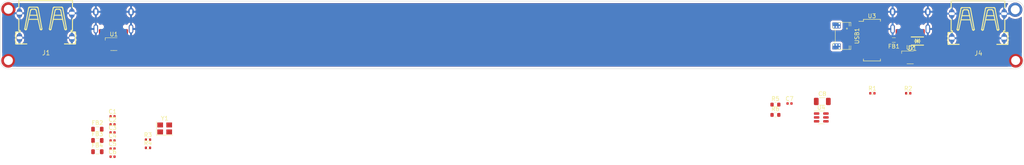
<source format=kicad_pcb>
(kicad_pcb (version 20221018) (generator pcbnew)
  (layers (0 "F.Cu" signal) (1 "In1.Cu" signal) (2 "In2.Cu" signal) (31 "B.Cu" signal) (34 "B.Paste" user) (35 "F.Paste" user) (36 "B.SilkS" user "B.Silkscreen") (37 "F.SilkS" user "F.Silkscreen") (38 "B.Mask" user) (39 "F.Mask" user) (44 "Edge.Cuts" user))
  (net 0 "")
  (net 1 "+3V3")
  (net 2 "GND")
  (net 3 "+5V")
  (net 4 "Net-(C5-Pad1)")
  (net 5 "Net-(C6-Pad1)")
  (net 6 "VBUS")
  (net 7 "Net-(J2-CC1)")
  (net 8 "Net-(J2-CC2)")
  (net 9 "Net-(J3-CC1)")
  (net 10 "Net-(J3-CC2)")
  (net 11 "/USB1_D+")
  (net 12 "/USB2_D+")
  (net 13 "/USB2_D-")
  (net 14 "/USB1_D-")
  (net 15 "/USBU_D+")
  (net 16 "/PWREN")
  (net 17 "/OVCUR")
  (net 18 "/USBU_D-")
  (net 19 "Net-(U3-XO)")
  (net 20 "Net-(U3-XI)")
  (net 21 "/USB4_D-")
  (net 22 "/USB4_D+")
  (net 23 "/USB3_D-")
  (net 24 "/USB3_D+")
  (net 32 "Net-(U4-ILIM)")
  (net 38 "GNDPWR")
  (footprint "MoonHub:PicoEZMate-Reinforced-Alt" (layer "F.Cu") (at 205.75 8.5 -90)
    (fp_text reference "USB1" (at 0 -3.5 -90) (layer "F.SilkS"))
    (fp_text value "X1224WRS-04-LPV01")
    (pad "" thru_hole circle (at -3 0.8 270) (size 0.6 0.6) (drill 0.4) (layers "*.Cu"))
    (pad "" smd roundrect (at -2.575 1.5 270) (size 1.45 2) (layers "F.Cu") (roundrect_rratio 0.06896551724))
    (pad "" smd roundrect (at -2.575 1.5 270) (size 1.45 2) (layers "B.Cu") (roundrect_rratio 0.06896551724))
    (pad "" thru_hole circle (at -2.2 0.8 270) (size 0.6 0.6) (drill 0.4) (layers "*.Cu"))
    (pad "" thru_hole circle (at -2.2 1.5 270) (size 0.6 0.6) (drill 0.4) (layers "*.Cu"))
    (pad "" thru_hole circle (at -2.2 2.2 270) (size 0.6 0.6) (drill 0.4) (layers "*.Cu"))
    (pad "" thru_hole circle (at 2.2 0.8 270) (size 0.6 0.6) (drill 0.4) (layers "*.Cu"))
    (pad "" thru_hole circle (at 2.2 1.5 270) (size 0.6 0.6) (drill 0.4) (layers "*.Cu"))
    (pad "" thru_hole circle (at 2.2 2.2 270) (size 0.6 0.6) (drill 0.4) (layers "*.Cu"))
    (pad "" smd roundrect (at 2.575 1.5 270) (size 1.45 2) (layers "F.Cu") (roundrect_rratio 0.06896551724))
    (pad "" smd roundrect (at 2.575 1.5 270) (size 1.45 2) (layers "B.Cu") (roundrect_rratio 0.06896551724))
    (pad "" thru_hole circle (at 2.95 0.8 270) (size 0.6 0.6) (drill 0.4) (layers "*.Cu"))
    (pad "1" smd roundrect (at -1.8 -1.95 270) (size 1 1.3) (layers "F.Cu") (roundrect_rratio 0.1666666667) (net 3 "+5V"))
    (pad "2" smd roundrect (at -0.6 -1.95 270) (size 1 1.3) (layers "F.Cu") (roundrect_rratio 0.1666666667) (net 21 "/USB4_D-"))
    (pad "3" smd roundrect (at 0.6 -1.95 270) (size 1 1.3) (layers "F.Cu") (roundrect_rratio 0.1666666667) (net 22 "/USB4_D+"))
    (pad "4" smd roundrect (at 1.8 -1.95 270) (size 1 1.3) (layers "F.Cu") (roundrect_rratio 0.1666666667) (net 2 "GND"))
  )
  (footprint "Capacitor_SMD:C_0402_1005Metric" (layer "F.Cu") (at 192.77 25)
    (fp_text reference "C7" (at 0 -1.16) (layer "F.SilkS"))
    (fp_text value "100n")
    (pad "1" smd roundrect (at -0.48 0) (size 0.56 0.62) (layers "F.Cu" "F.Paste" "F.Mask") (net 3 "+5V"))
    (pad "2" smd roundrect (at 0.48 0) (size 0.56 0.62) (layers "F.Cu" "F.Paste" "F.Mask") (net 2 "GND"))
  )
  (footprint "Inductor_SMD:L_0805_2012Metric" (layer "F.Cu") (at 23.73 36.78)
    (fp_text reference "FB4" (at 0 -1.55) (layer "F.SilkS"))
    (fp_text value "100R@100MHz")
    (pad "1" smd roundrect (at -1.0625 0) (size 0.875 1.2) (layers "F.Cu" "F.Paste" "F.Mask") (net 2 "GND"))
    (pad "2" smd roundrect (at 1.0625 0) (size 0.875 1.2) (layers "F.Cu" "F.Paste" "F.Mask") (net 38 "GNDPWR"))
  )
  (footprint "Capacitor_SMD:C_0402_1005Metric" (layer "F.Cu") (at 27.44 37.99)
    (fp_text reference "C6" (at 0 -1.16) (layer "F.SilkS"))
    (fp_text value "12p")
    (pad "1" smd roundrect (at -0.48 0) (size 0.56 0.62) (layers "F.Cu" "F.Paste" "F.Mask") (net 5 "Net-(C6-Pad1)"))
    (pad "2" smd roundrect (at 0.48 0) (size 0.56 0.62) (layers "F.Cu" "F.Paste" "F.Mask") (net 2 "GND"))
  )
  (footprint "MoonHub:TYPE-C-31-M-12" (layer "F.Cu") (at 27.65 8.3 180)
    (fp_text reference "J3" hide)
    (fp_text value "USB_C_Receptacle_USB2.0")
    (pad "" np_thru_hole circle (at -2.89 2.051 180) (size 0.65 0.65) (drill 0.65) (layers "*.Cu" "*.Mask"))
    (pad "" np_thru_hole circle (at 2.89 2.051 180) (size 0.65 0.65) (drill 0.65) (layers "*.Cu" "*.Mask"))
    (pad "A1" smd roundrect (at -3.25 1.275 180) (size 0.6 1.45) (drill (offset 0 -0.55)) (layers "F.Cu" "F.Paste" "F.Mask") (net 2 "GND"))
    (pad "A4" smd roundrect (at -2.45 1.275 180) (size 0.6 1.45) (drill (offset 0 -0.55)) (layers "F.Cu" "F.Paste" "F.Mask") (net 6 "VBUS"))
    (pad "A5" smd roundrect (at -1.25 1.275 180) (size 0.3 1.45) (drill (offset 0 -0.55)) (layers "F.Cu" "F.Paste" "F.Mask") (net 9 "Net-(J3-CC1)"))
    (pad "A6" smd roundrect (at -0.254 1.275 180) (size 0.3 1.45) (drill (offset 0 -0.55)) (layers "F.Cu" "F.Paste" "F.Mask") (net 12 "/USB2_D+"))
    (pad "A7" smd roundrect (at 0.25 1.275 180) (size 0.3 1.45) (drill (offset 0 -0.55)) (layers "F.Cu" "F.Paste" "F.Mask") (net 13 "/USB2_D-"))
    (pad "A8" smd roundrect (at 1.25 1.275 180) (size 0.3 1.45) (drill (offset 0 -0.55)) (layers "F.Cu" "F.Paste" "F.Mask"))
    (pad "B1" smd roundrect (at 3.25 1.275 180) (size 0.6 1.45) (drill (offset 0 -0.55)) (layers "F.Cu" "F.Paste" "F.Mask") (net 2 "GND"))
    (pad "B4" smd roundrect (at 2.45 1.275 180) (size 0.6 1.45) (drill (offset 0 -0.55)) (layers "F.Cu" "F.Paste" "F.Mask") (net 6 "VBUS"))
    (pad "B5" smd roundrect (at 1.75 1.275 180) (size 0.3 1.45) (drill (offset 0 -0.55)) (layers "F.Cu" "F.Paste" "F.Mask") (net 10 "Net-(J3-CC2)"))
    (pad "B6" smd roundrect (at 0.75 1.275 180) (size 0.3 1.45) (drill (offset 0 -0.55)) (layers "F.Cu" "F.Paste" "F.Mask") (net 12 "/USB2_D+"))
    (pad "B7" smd roundrect (at -0.75 1.275 180) (size 0.3 1.45) (drill (offset 0 -0.55)) (layers "F.Cu" "F.Paste" "F.Mask") (net 13 "/USB2_D-"))
    (pad "B8" smd roundrect (at -1.75 1.275 180) (size 0.3 1.45) (drill (offset 0 -0.55)) (layers "F.Cu" "F.Paste" "F.Mask"))
    (pad "S" thru_hole oval (at -4.3 1.5 180) (size 1.1 2.2) (drill oval 0.6 1.7) (layers "*.Cu" "*.Mask") (net 38 "GNDPWR"))
    (pad "S" thru_hole oval (at -4.3 5.7 180) (size 1.3 1.9) (drill oval 0.6 1.2) (layers "*.Cu" "*.Mask") (net 38 "GNDPWR"))
    (pad "S" thru_hole oval (at 4.3 1.5 180) (size 1.1 2.2) (drill oval 0.6 1.7) (layers "*.Cu" "*.Mask") (net 38 "GNDPWR"))
    (pad "S" thru_hole oval (at 4.3 5.7 180) (size 1.3 1.9) (drill oval 0.6 1.2) (layers "*.Cu" "*.Mask") (net 38 "GNDPWR"))
  )
  (footprint "Inductor_SMD:L_0805_2012Metric" (layer "F.Cu") (at 23.73 31.28)
    (fp_text reference "FB2" (at 0 -1.55) (layer "F.SilkS"))
    (fp_text value "100R@100MHz")
    (pad "1" smd roundrect (at -1.0625 0) (size 0.875 1.2) (layers "F.Cu" "F.Paste" "F.Mask") (net 2 "GND"))
    (pad "2" smd roundrect (at 1.0625 0) (size 0.875 1.2) (layers "F.Cu" "F.Paste" "F.Mask") (net 38 "GNDPWR"))
  )
  (footprint "Capacitor_SMD:C_0402_1005Metric" (layer "F.Cu") (at 27.44 28.14)
    (fp_text reference "C1" (at 0 -1.16) (layer "F.SilkS"))
    (fp_text value "10u")
    (pad "1" smd roundrect (at -0.48 0) (size 0.56 0.62) (layers "F.Cu" "F.Paste" "F.Mask") (net 1 "+3V3"))
    (pad "2" smd roundrect (at 0.48 0) (size 0.56 0.62) (layers "F.Cu" "F.Paste" "F.Mask") (net 2 "GND"))
  )
  (footprint "MoonHub:SOD-123FL_L2.8-W1.8-LS3.7-BI" (layer "F.Cu") (at 224 9.75 180)
    (fp_text reference "D1" (at 0 -1.778) (layer "F.SilkS") (effects (font (size 1.143 1.143) (thickness 0.152)) (justify right)))
    (fp_text value "SMF6.0CA" hide)
    (pad "1" smd rect (at -1.7 0 180) (size 1.2 1.4) (layers "F.Cu" "F.Paste" "F.Mask") (net 2 "GND"))
    (pad "2" smd rect (at 1.7 0 180) (size 1.2 1.4) (layers "F.Cu" "F.Paste" "F.Mask") (net 3 "+5V"))
  )
  (footprint "Resistor_SMD:R_0402_1005Metric" (layer "F.Cu") (at 36.09 33.84)
    (fp_text reference "R3" (at 0 -1.17) (layer "F.SilkS"))
    (fp_text value "56k")
    (pad "1" smd roundrect (at -0.51 0) (size 0.54 0.64) (layers "F.Cu" "F.Paste" "F.Mask") (net 6 "VBUS"))
    (pad "2" smd roundrect (at 0.51 0) (size 0.54 0.64) (layers "F.Cu" "F.Paste" "F.Mask") (net 9 "Net-(J3-CC1)"))
  )
  (footprint "Resistor_SMD:R_0402_1005Metric" (layer "F.Cu") (at 36.09 35.83)
    (fp_text reference "R4" (at 0 -1.17) (layer "F.SilkS"))
    (fp_text value "56k")
    (pad "1" smd roundrect (at -0.51 0) (size 0.54 0.64) (layers "F.Cu" "F.Paste" "F.Mask") (net 6 "VBUS"))
    (pad "2" smd roundrect (at 0.51 0) (size 0.54 0.64) (layers "F.Cu" "F.Paste" "F.Mask") (net 10 "Net-(J3-CC2)"))
  )
  (footprint "Package_SO:SSOP-28_3.9x9.9mm_P0.635mm" (layer "F.Cu") (at 212.9 9.5275)
    (fp_text reference "U3" (at 0 -5.9) (layer "F.SilkS"))
    (fp_text value "CH334U")
    (pad "1" smd rect (at -2.6 -4.1275) (size 1.2 0.4) (layers "F.Cu" "F.Paste" "F.Mask") (net 2 "GND"))
    (pad "2" smd rect (at -2.6 -3.4925) (size 1.2 0.4) (layers "F.Cu" "F.Paste" "F.Mask") (net 19 "Net-(U3-XO)"))
    (pad "3" smd rect (at -2.6 -2.8575) (size 1.2 0.4) (layers "F.Cu" "F.Paste" "F.Mask") (net 20 "Net-(U3-XI)"))
    (pad "4" smd rect (at -2.6 -2.2225) (size 1.2 0.4) (layers "F.Cu" "F.Paste" "F.Mask") (net 21 "/USB4_D-"))
    (pad "5" smd rect (at -2.6 -1.5875) (size 1.2 0.4) (layers "F.Cu" "F.Paste" "F.Mask") (net 22 "/USB4_D+"))
    (pad "6" smd rect (at -2.6 -0.9525) (size 1.2 0.4) (layers "F.Cu" "F.Paste" "F.Mask") (net 23 "/USB3_D-"))
    (pad "7" smd rect (at -2.6 -0.3175) (size 1.2 0.4) (layers "F.Cu" "F.Paste" "F.Mask") (net 24 "/USB3_D+"))
    (pad "8" smd rect (at -2.6 0.3175) (size 1.2 0.4) (layers "F.Cu" "F.Paste" "F.Mask") (net 13 "/USB2_D-"))
    (pad "9" smd rect (at -2.6 0.9525) (size 1.2 0.4) (layers "F.Cu" "F.Paste" "F.Mask") (net 12 "/USB2_D+"))
    (pad "10" smd rect (at -2.6 1.5875) (size 1.2 0.4) (layers "F.Cu" "F.Paste" "F.Mask") (net 14 "/USB1_D-"))
    (pad "11" smd rect (at -2.6 2.2225) (size 1.2 0.4) (layers "F.Cu" "F.Paste" "F.Mask") (net 11 "/USB1_D+"))
    (pad "12" smd rect (at -2.6 2.8575) (size 1.2 0.4) (layers "F.Cu" "F.Paste" "F.Mask") (net 2 "GND"))
    (pad "13" smd rect (at -2.6 3.4925) (size 1.2 0.4) (layers "F.Cu" "F.Paste" "F.Mask") (net 1 "+3V3"))
    (pad "14" smd rect (at -2.6 4.1275) (size 1.2 0.4) (layers "F.Cu" "F.Paste" "F.Mask"))
    (pad "15" smd rect (at 2.6 4.1275) (size 1.2 0.4) (layers "F.Cu" "F.Paste" "F.Mask") (net 18 "/USBU_D-"))
    (pad "16" smd rect (at 2.6 3.4925) (size 1.2 0.4) (layers "F.Cu" "F.Paste" "F.Mask") (net 15 "/USBU_D+"))
    (pad "17" smd rect (at 2.6 2.8575) (size 1.2 0.4) (layers "F.Cu" "F.Paste" "F.Mask"))
    (pad "18" smd rect (at 2.6 2.2225) (size 1.2 0.4) (layers "F.Cu" "F.Paste" "F.Mask"))
    (pad "19" smd rect (at 2.6 1.5875) (size 1.2 0.4) (layers "F.Cu" "F.Paste" "F.Mask"))
    (pad "20" smd rect (at 2.6 0.9525) (size 1.2 0.4) (layers "F.Cu" "F.Paste" "F.Mask") (net 3 "+5V"))
    (pad "21" smd rect (at 2.6 0.3175) (size 1.2 0.4) (layers "F.Cu" "F.Paste" "F.Mask") (net 1 "+3V3"))
    (pad "22" smd rect (at 2.6 -0.3175) (size 1.2 0.4) (layers "F.Cu" "F.Paste" "F.Mask"))
    (pad "23" smd rect (at 2.6 -0.9525) (size 1.2 0.4) (layers "F.Cu" "F.Paste" "F.Mask"))
    (pad "24" smd rect (at 2.6 -1.5875) (size 1.2 0.4) (layers "F.Cu" "F.Paste" "F.Mask"))
    (pad "25" smd rect (at 2.6 -2.2225) (size 1.2 0.4) (layers "F.Cu" "F.Paste" "F.Mask") (net 16 "/PWREN"))
    (pad "26" smd rect (at 2.6 -2.8575) (size 1.2 0.4) (layers "F.Cu" "F.Paste" "F.Mask") (net 17 "/OVCUR"))
    (pad "27" smd rect (at 2.6 -3.4925) (size 1.2 0.4) (layers "F.Cu" "F.Paste" "F.Mask"))
    (pad "28" smd rect (at 2.6 -4.1275) (size 1.2 0.4) (layers "F.Cu" "F.Paste" "F.Mask") (net 2 "GND"))
  )
  (footprint "Resistor_SMD:R_0603_1608Metric" (layer "F.Cu") (at 189.33 25.27)
    (fp_text reference "R5" (at 0 -1.43) (layer "F.SilkS"))
    (fp_text value "100k")
    (pad "1" smd roundrect (at -0.825 0) (size 0.8 0.95) (layers "F.Cu" "F.Paste" "F.Mask") (net 3 "+5V"))
    (pad "2" smd roundrect (at 0.825 0) (size 0.8 0.95) (layers "F.Cu" "F.Paste" "F.Mask") (net 17 "/OVCUR"))
  )
  (footprint "Crystal:Crystal_SMD_3225-4Pin_3.2x2.5mm" (layer "F.Cu") (at 40.17 31.09)
    (fp_text reference "Y1" (at 0 -2.45) (layer "F.SilkS"))
    (fp_text value "12MHz")
    (pad "1" smd rect (at -1.1 0.85) (size 1.4 1.2) (layers "F.Cu" "F.Paste" "F.Mask") (net 4 "Net-(C5-Pad1)"))
    (pad "2" smd rect (at 1.1 0.85) (size 1.4 1.2) (layers "F.Cu" "F.Paste" "F.Mask") (net 19 "Net-(U3-XO)"))
    (pad "3" smd rect (at 1.1 -0.85) (size 1.4 1.2) (layers "F.Cu" "F.Paste" "F.Mask") (net 5 "Net-(C6-Pad1)"))
    (pad "4" smd rect (at -1.1 -0.85) (size 1.4 1.2) (layers "F.Cu" "F.Paste" "F.Mask") (net 20 "Net-(U3-XI)"))
  )
  (footprint "Capacitor_SMD:C_1206_3216Metric" (layer "F.Cu") (at 200.775 24.5)
    (fp_text reference "C8" (at 0 -1.85) (layer "F.SilkS"))
    (fp_text value "100u")
    (pad "1" smd roundrect (at -1.475 0) (size 1.15 1.8) (layers "F.Cu" "F.Paste" "F.Mask") (roundrect_rratio 0.217391) (net 6 "VBUS"))
    (pad "2" smd roundrect (at 1.475 0) (size 1.15 1.8) (layers "F.Cu" "F.Paste" "F.Mask") (roundrect_rratio 0.217391) (net 2 "GND"))
  )
  (footprint "Capacitor_SMD:C_0402_1005Metric" (layer "F.Cu") (at 27.44 32.08)
    (fp_text reference "C3" (at 0 -1.16) (layer "F.SilkS"))
    (fp_text value "100n")
    (pad "1" smd roundrect (at -0.48 0) (size 0.56 0.62) (layers "F.Cu" "F.Paste" "F.Mask") (net 1 "+3V3"))
    (pad "2" smd roundrect (at 0.48 0) (size 0.56 0.62) (layers "F.Cu" "F.Paste" "F.Mask") (net 2 "GND"))
  )
  (footprint "MoonHub:Generic-Mounthole-Plated" (layer "F.Cu") (at 247.9 2.1)
    (fp_text reference "H2" hide)
    (fp_text value "MountingHole_Pad" hide)
    (pad "1" thru_hole circle (at 0 0) (size 3.500001 3.500001) (drill 2.2) (layers "*.Cu" "*.Mask") (net 38 "GNDPWR"))
  )
  (footprint "Resistor_SMD:R_0402_1005Metric" (layer "F.Cu") (at 213.01 22.5)
    (fp_text reference "R1" (at 0 -1.17) (layer "F.SilkS"))
    (fp_text value "5k1")
    (pad "1" smd roundrect (at -0.51 0) (size 0.54 0.64) (layers "F.Cu" "F.Paste" "F.Mask") (net 7 "Net-(J2-CC1)"))
    (pad "2" smd roundrect (at 0.51 0) (size 0.54 0.64) (layers "F.Cu" "F.Paste" "F.Mask") (net 2 "GND"))
  )
  (footprint "MoonHub:Generic-Mounthole" (layer "F.Cu") (at 2 14.5)
    (fp_text reference "H3")
    (fp_text value "MountingHole_Pad" hide)
    (pad "" np_thru_hole circle (at 0 0) (size 3.500001 3.500001) (drill 2.2) (layers "F.Cu" "F.Mask") (clearance 0.508))
  )
  (footprint "Capacitor_SMD:C_0402_1005Metric" (layer "F.Cu") (at 27.44 34.05)
    (fp_text reference "C4" (at 0 -1.16) (layer "F.SilkS"))
    (fp_text value "1u")
    (pad "1" smd roundrect (at -0.48 0) (size 0.56 0.62) (layers "F.Cu" "F.Paste" "F.Mask") (net 3 "+5V"))
    (pad "2" smd roundrect (at 0.48 0) (size 0.56 0.62) (layers "F.Cu" "F.Paste" "F.Mask") (net 2 "GND"))
  )
  (footprint "MoonHub:Generic-Mounthole" (layer "F.Cu") (at 248 14.5)
    (fp_text reference "H4")
    (fp_text value "MountingHole_Pad" hide)
    (pad "" np_thru_hole circle (at 0 0) (size 3.500001 3.500001) (drill 2.2) (layers "F.Cu" "F.Mask") (clearance 0.508))
  )
  (footprint "MoonHub:TYPE-C-31-M-12" (layer "F.Cu") (at 222.25 8.3 180)
    (fp_text reference "J2" hide)
    (fp_text value "USB_C_Receptacle_USB2.0")
    (pad "" np_thru_hole circle (at -2.89 2.051 180) (size 0.65 0.65) (drill 0.65) (layers "*.Cu" "*.Mask"))
    (pad "" np_thru_hole circle (at 2.89 2.051 180) (size 0.65 0.65) (drill 0.65) (layers "*.Cu" "*.Mask"))
    (pad "A1" smd roundrect (at -3.25 1.275 180) (size 0.6 1.45) (drill (offset 0 -0.55)) (layers "F.Cu" "F.Paste" "F.Mask") (net 2 "GND"))
    (pad "A4" smd roundrect (at -2.45 1.275 180) (size 0.6 1.45) (drill (offset 0 -0.55)) (layers "F.Cu" "F.Paste" "F.Mask") (net 3 "+5V"))
    (pad "A5" smd roundrect (at -1.25 1.275 180) (size 0.3 1.45) (drill (offset 0 -0.55)) (layers "F.Cu" "F.Paste" "F.Mask") (net 7 "Net-(J2-CC1)"))
    (pad "A6" smd roundrect (at -0.254 1.275 180) (size 0.3 1.45) (drill (offset 0 -0.55)) (layers "F.Cu" "F.Paste" "F.Mask") (net 15 "/USBU_D+"))
    (pad "A7" smd roundrect (at 0.25 1.275 180) (size 0.3 1.45) (drill (offset 0 -0.55)) (layers "F.Cu" "F.Paste" "F.Mask") (net 18 "/USBU_D-"))
    (pad "A8" smd roundrect (at 1.25 1.275 180) (size 0.3 1.45) (drill (offset 0 -0.55)) (layers "F.Cu" "F.Paste" "F.Mask"))
    (pad "B1" smd roundrect (at 3.25 1.275 180) (size 0.6 1.45) (drill (offset 0 -0.55)) (layers "F.Cu" "F.Paste" "F.Mask") (net 2 "GND"))
    (pad "B4" smd roundrect (at 2.45 1.275 180) (size 0.6 1.45) (drill (offset 0 -0.55)) (layers "F.Cu" "F.Paste" "F.Mask") (net 3 "+5V"))
    (pad "B5" smd roundrect (at 1.75 1.275 180) (size 0.3 1.45) (drill (offset 0 -0.55)) (layers "F.Cu" "F.Paste" "F.Mask") (net 8 "Net-(J2-CC2)"))
    (pad "B6" smd roundrect (at 0.75 1.275 180) (size 0.3 1.45) (drill (offset 0 -0.55)) (layers "F.Cu" "F.Paste" "F.Mask") (net 15 "/USBU_D+"))
    (pad "B7" smd roundrect (at -0.75 1.275 180) (size 0.3 1.45) (drill (offset 0 -0.55)) (layers "F.Cu" "F.Paste" "F.Mask") (net 18 "/USBU_D-"))
    (pad "B8" smd roundrect (at -1.75 1.275 180) (size 0.3 1.45) (drill (offset 0 -0.55)) (layers "F.Cu" "F.Paste" "F.Mask"))
    (pad "S" thru_hole oval (at -4.3 1.5 180) (size 1.1 2.2) (drill oval 0.6 1.7) (layers "*.Cu" "*.Mask") (net 38 "GNDPWR"))
    (pad "S" thru_hole oval (at -4.3 5.7 180) (size 1.3 1.9) (drill oval 0.6 1.2) (layers "*.Cu" "*.Mask") (net 38 "GNDPWR"))
    (pad "S" thru_hole oval (at 4.3 1.5 180) (size 1.1 2.2) (drill oval 0.6 1.7) (layers "*.Cu" "*.Mask") (net 38 "GNDPWR"))
    (pad "S" thru_hole oval (at 4.3 5.7 180) (size 1.3 1.9) (drill oval 0.6 1.2) (layers "*.Cu" "*.Mask") (net 38 "GNDPWR"))
  )
  (footprint "Package_TO_SOT_SMD:SOT-23-6" (layer "F.Cu") (at 200.525 28.4)
    (fp_text reference "U4" (at 0 -2.4) (layer "F.SilkS"))
    (fp_text value "TPS2552DBVR")
    (pad "1" smd roundrect (at -1.1375 -0.95) (size 1.325 0.6) (layers "F.Cu" "F.Paste" "F.Mask") (net 3 "+5V"))
    (pad "2" smd roundrect (at -1.1375 0) (size 1.325 0.6) (layers "F.Cu" "F.Paste" "F.Mask") (net 2 "GND"))
    (pad "3" smd roundrect (at -1.1375 0.95) (size 1.325 0.6) (layers "F.Cu" "F.Paste" "F.Mask") (net 16 "/PWREN"))
    (pad "4" smd roundrect (at 1.1375 0.95) (size 1.325 0.6) (layers "F.Cu" "F.Paste" "F.Mask") (net 17 "/OVCUR"))
    (pad "5" smd roundrect (at 1.1375 0) (size 1.325 0.6) (layers "F.Cu" "F.Paste" "F.Mask") (net 32 "Net-(U4-ILIM)"))
    (pad "6" smd roundrect (at 1.1375 -0.95) (size 1.325 0.6) (layers "F.Cu" "F.Paste" "F.Mask") (net 6 "VBUS"))
  )
  (footprint "Inductor_SMD:L_0805_2012Metric" (layer "F.Cu") (at 218.25 9.5 180)
    (fp_text reference "FB1" (at 0 -1.55) (layer "F.SilkS"))
    (fp_text value "100R@100MHz")
    (pad "1" smd roundrect (at -1.0625 0 180) (size 0.875 1.2) (layers "F.Cu" "F.Paste" "F.Mask") (net 2 "GND"))
    (pad "2" smd roundrect (at 1.0625 0 180) (size 0.875 1.2) (layers "F.Cu" "F.Paste" "F.Mask") (net 38 "GNDPWR"))
  )
  (footprint "Resistor_SMD:R_0603_1608Metric" (layer "F.Cu") (at 189.33 27.78)
    (fp_text reference "R6" (at 0 -1.43) (layer "F.SilkS"))
    (fp_text value "27k")
    (pad "1" smd roundrect (at -0.825 0) (size 0.8 0.95) (layers "F.Cu" "F.Paste" "F.Mask") (net 2 "GND"))
    (pad "2" smd roundrect (at 0.825 0) (size 0.8 0.95) (layers "F.Cu" "F.Paste" "F.Mask") (net 32 "Net-(U4-ILIM)"))
  )
  (footprint "MoonHub:USB-A-SMD_AF-APPLE-10.6" (layer "F.Cu") (at 238.8 7.113 180)
    (fp_text reference "J4" (at -0.116 -5.628) (layer "F.SilkS") (effects (font (size 1.143 1.143) (thickness 0.152))))
    (fp_text value "USB_A" hide)
    (pad "1" smd rect (at -3.5 -4.05) (size 1.4 2) (layers "F.Cu" "F.Paste" "F.Mask") (net 6 "VBUS"))
    (pad "2" smd rect (at -1 -4.05) (size 1.4 2) (layers "F.Cu" "F.Paste" "F.Mask") (net 23 "/USB3_D-"))
    (pad "3" smd rect (at 1 -4.05) (size 1.4 2) (layers "F.Cu" "F.Paste" "F.Mask") (net 24 "/USB3_D+"))
    (pad "4" smd rect (at 3.5 -4.05) (size 1.4 2) (layers "F.Cu" "F.Paste" "F.Mask") (net 2 "GND"))
    (pad "5" thru_hole oval (at -6.4 -1.95 90) (size 2.2 1.3) (drill oval 0.7 1.5) (layers "*.Cu" "*.Paste" "*.Mask") (net 38 "GNDPWR"))
    (pad "5" thru_hole oval (at -6.4 4.05 90) (size 2.2 1.3) (drill oval 0.7 1.5) (layers "*.Cu" "*.Paste" "*.Mask") (net 38 "GNDPWR"))
    (pad "5" thru_hole oval (at 6.4 -1.95 270) (size 2.2 1.3) (drill oval 0.7 1.5) (layers "*.Cu" "*.Paste" "*.Mask") (net 38 "GNDPWR"))
    (pad "5" thru_hole oval (at 6.4 4.05 270) (size 2.2 1.3) (drill oval 0.7 1.5) (layers "*.Cu" "*.Paste" "*.Mask") (net 38 "GNDPWR"))
  )
  (footprint "MoonHub:Generic-Mounthole" (layer "F.Cu") (at 2 2)
    (fp_text reference "H1")
    (fp_text value "MountingHole_Pad" hide)
    (pad "" np_thru_hole circle (at 0 0) (size 3.500001 3.500001) (drill 2.2) (layers "F.Cu" "F.Mask") (clearance 0.508))
  )
  (footprint "PCM_marbastlib-various:SOT-23-6-routable" (layer "F.Cu") (at 27.75 10.5)
    (fp_text reference "U1" (at 0 -2.4) (layer "F.SilkS"))
    (fp_text value "SRV05-4")
    (pad "1" smd roundrect (at -1.175 -0.95) (size 1.25 0.6) (layers "F.Cu" "F.Paste" "F.Mask") (net 11 "/USB1_D+"))
    (pad "2" smd roundrect (at -1.175 0) (size 1.25 0.6) (layers "F.Cu" "F.Paste" "F.Mask") (net 2 "GND"))
    (pad "3" smd roundrect (at -1.175 0.95) (size 1.25 0.6) (layers "F.Cu" "F.Paste" "F.Mask") (net 12 "/USB2_D+"))
    (pad "4" smd roundrect (at 1.175 0.95) (size 1.25 0.6) (layers "F.Cu" "F.Paste" "F.Mask") (net 13 "/USB2_D-"))
    (pad "5" smd roundrect (at 1.175 0) (size 1.25 0.6) (layers "F.Cu" "F.Paste" "F.Mask") (net 6 "VBUS"))
    (pad "6" smd roundrect (at 1.175 -0.95) (size 1.25 0.6) (layers "F.Cu" "F.Paste" "F.Mask") (net 14 "/USB1_D-"))
  )
  (footprint "Inductor_SMD:L_0805_2012Metric" (layer "F.Cu") (at 23.73 34.03)
    (fp_text reference "FB3" (at 0 -1.55) (layer "F.SilkS"))
    (fp_text value "100R@100MHz")
    (pad "1" smd roundrect (at -1.0625 0) (size 0.875 1.2) (layers "F.Cu" "F.Paste" "F.Mask") (net 2 "GND"))
    (pad "2" smd roundrect (at 1.0625 0) (size 0.875 1.2) (layers "F.Cu" "F.Paste" "F.Mask") (net 38 "GNDPWR"))
  )
  (footprint "PCM_marbastlib-various:SOT-23-6-routable" (layer "F.Cu") (at 222.25 13.75)
    (fp_text reference "U2" (at 0 -2.4) (layer "F.SilkS"))
    (fp_text value "SRV05-4")
    (pad "1" smd roundrect (at -1.175 -0.95) (size 1.25 0.6) (layers "F.Cu" "F.Paste" "F.Mask") (net 15 "/USBU_D+"))
    (pad "2" smd roundrect (at -1.175 0) (size 1.25 0.6) (layers "F.Cu" "F.Paste" "F.Mask") (net 2 "GND"))
    (pad "3" smd roundrect (at -1.175 0.95) (size 1.25 0.6) (layers "F.Cu" "F.Paste" "F.Mask") (net 24 "/USB3_D+"))
    (pad "4" smd roundrect (at 1.175 0.95) (size 1.25 0.6) (layers "F.Cu" "F.Paste" "F.Mask") (net 23 "/USB3_D-"))
    (pad "5" smd roundrect (at 1.175 0) (size 1.25 0.6) (layers "F.Cu" "F.Paste" "F.Mask") (net 6 "VBUS"))
    (pad "6" smd roundrect (at 1.175 -0.95) (size 1.25 0.6) (layers "F.Cu" "F.Paste" "F.Mask") (net 18 "/USBU_D-"))
  )
  (footprint "Resistor_SMD:R_0402_1005Metric" (layer "F.Cu") (at 221.76 22.5)
    (fp_text reference "R2" (at 0 -1.17) (layer "F.SilkS"))
    (fp_text value "5k1")
    (pad "1" smd roundrect (at -0.51 0) (size 0.54 0.64) (layers "F.Cu" "F.Paste" "F.Mask") (net 8 "Net-(J2-CC2)"))
    (pad "2" smd roundrect (at 0.51 0) (size 0.54 0.64) (layers "F.Cu" "F.Paste" "F.Mask") (net 2 "GND"))
  )
  (footprint "Capacitor_SMD:C_0402_1005Metric" (layer "F.Cu") (at 27.44 30.11)
    (fp_text reference "C2" (at 0 -1.16) (layer "F.SilkS"))
    (fp_text value "1u")
    (pad "1" smd roundrect (at -0.48 0) (size 0.56 0.62) (layers "F.Cu" "F.Paste" "F.Mask") (net 1 "+3V3"))
    (pad "2" smd roundrect (at 0.48 0) (size 0.56 0.62) (layers "F.Cu" "F.Paste" "F.Mask") (net 2 "GND"))
  )
  (footprint "Capacitor_SMD:C_0402_1005Metric" (layer "F.Cu") (at 27.44 36.02)
    (fp_text reference "C5" (at 0 -1.16) (layer "F.SilkS"))
    (fp_text value "12p")
    (pad "1" smd roundrect (at -0.48 0) (size 0.56 0.62) (layers "F.Cu" "F.Paste" "F.Mask") (net 4 "Net-(C5-Pad1)"))
    (pad "2" smd roundrect (at 0.48 0) (size 0.56 0.62) (layers "F.Cu" "F.Paste" "F.Mask") (net 2 "GND"))
  )
  (footprint "MoonHub:USB-A-SMD_AF-APPLE-10.6" (layer "F.Cu") (at 11.1 7 180)
    (fp_text reference "J1" (at -0.116 -5.628) (layer "F.SilkS") (effects (font (size 1.143 1.143) (thickness 0.152))))
    (fp_text value "USB_A" hide)
    (pad "1" smd rect (at -3.5 -4.05) (size 1.4 2) (layers "F.Cu" "F.Paste" "F.Mask") (net 6 "VBUS"))
    (pad "2" smd rect (at -1 -4.05) (size 1.4 2) (layers "F.Cu" "F.Paste" "F.Mask") (net 14 "/USB1_D-"))
    (pad "3" smd rect (at 1 -4.05) (size 1.4 2) (layers "F.Cu" "F.Paste" "F.Mask") (net 11 "/USB1_D+"))
    (pad "4" smd rect (at 3.5 -4.05) (size 1.4 2) (layers "F.Cu" "F.Paste" "F.Mask") (net 2 "GND"))
    (pad "5" thru_hole oval (at -6.4 -1.95 90) (size 2.2 1.3) (drill oval 0.7 1.5) (layers "*.Cu" "*.Paste" "*.Mask") (net 38 "GNDPWR"))
    (pad "5" thru_hole oval (at -6.4 4.05 90) (size 2.2 1.3) (drill oval 0.7 1.5) (layers "*.Cu" "*.Paste" "*.Mask") (net 38 "GNDPWR"))
    (pad "5" thru_hole oval (at 6.4 -1.95 270) (size 2.2 1.3) (drill oval 0.7 1.5) (layers "*.Cu" "*.Paste" "*.Mask") (net 38 "GNDPWR"))
    (pad "5" thru_hole oval (at 6.4 4.05 270) (size 2.2 1.3) (drill oval 0.7 1.5) (layers "*.Cu" "*.Paste" "*.Mask") (net 38 "GNDPWR"))
  )
  (gr_line (start 0 14.5) (end 0 2) (stroke (width 0.1)) (layer "Edge.Cuts"))
  (gr_line (start 250 14.5) (end 250 2) (stroke (width 0.1)) (layer "Edge.Cuts"))
  (gr_arc (start 250 14.5) (mid 249.414214 15.914214) (end 248 16.5) (stroke (width 0.1)) (layer "Edge.Cuts"))
  (gr_arc (start 2 16.5) (mid 0.585786 15.914214) (end 0 14.5) (stroke (width 0.1)) (layer "Edge.Cuts"))
  (gr_arc (start 0 2) (mid 0.585786 0.585786) (end 2 0) (stroke (width 0.1)) (layer "Edge.Cuts"))
  (gr_arc (start 248 0) (mid 249.414214 0.585786) (end 250 2) (stroke (width 0.1)) (layer "Edge.Cuts"))
  (gr_line (start 2 0) (end 248 0) (stroke (width 0.1)) (layer "Edge.Cuts"))
  (gr_line (start 248 16.5) (end 2 16.5) (stroke (width 0.1)) (layer "Edge.Cuts"))
  (segment (start 246.937 3.063) (end 247.9 2.1) (width 0.5) (layer "B.Cu") (net 38))
  (segment (start 245.2 3.063) (end 246.937 3.063) (width 0.5) (layer "B.Cu") (net 38))
  (zone (net 6) (net_name "VBUS") (layer "F.Cu") (priority 1) (connect_pads (clearance 0.5)) (min_thickness 0.25) (fill yes (thermal_gap 0.5) (thermal_bridge_width 0.5))
    (polygon (pts (xy 0 16.5) (xy 0 0) (xy 250 0) (xy 250 16.5)))
  )
  (zone (net 38) (net_name "GNDPWR") (layer "B.Cu") (priority 2) (connect_pads (clearance 0.5)) (min_thickness 0.25) (fill yes (thermal_gap 0.5) (thermal_bridge_width 0.5))
    (polygon (pts (xy 250 0) (xy 250 16.5) (xy 0 16.5) (xy 0 0)))
  )
)
</source>
